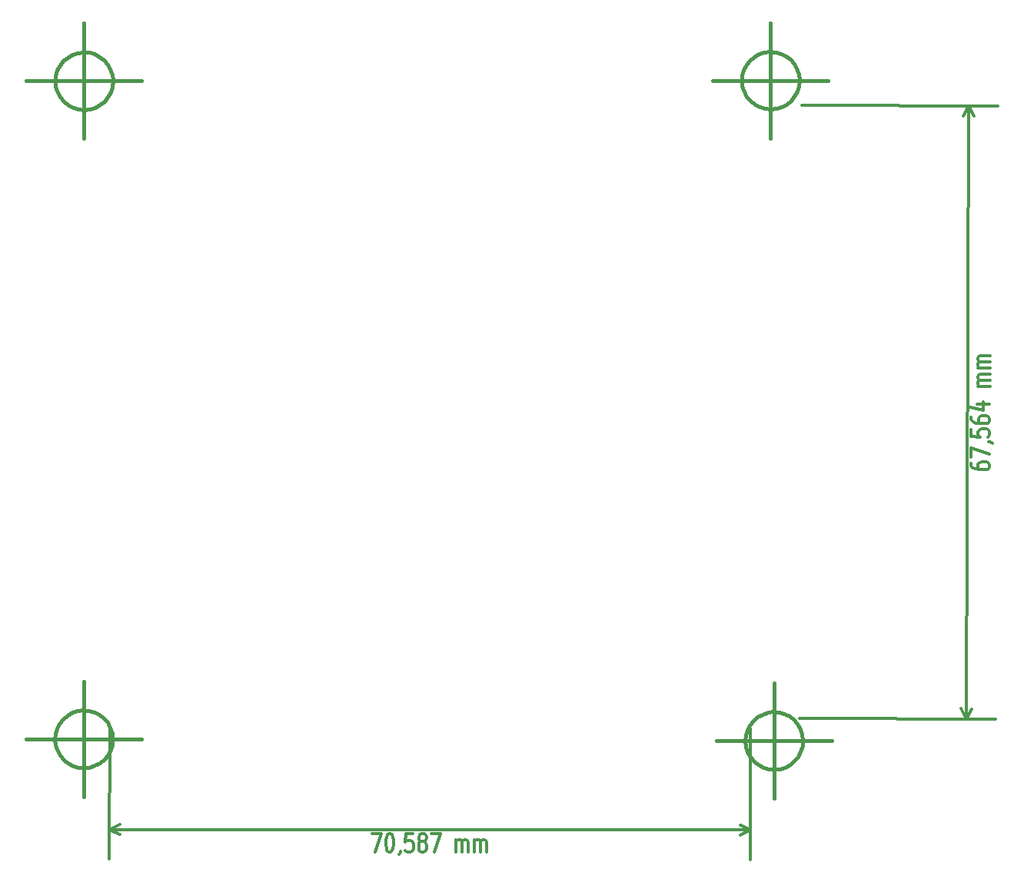
<source format=gbr>
G04 (created by PCBNEW-RS274X (2011-07-08 BZR 3044)-stable) date 2012-10-20 13:40:46*
G01*
G70*
G90*
%MOIN*%
G04 Gerber Fmt 3.4, Leading zero omitted, Abs format*
%FSLAX34Y34*%
G04 APERTURE LIST*
%ADD10C,0.006000*%
%ADD11C,0.015000*%
%ADD12C,0.012000*%
G04 APERTURE END LIST*
G54D10*
G54D11*
X49678Y-42246D02*
X49654Y-42488D01*
X49583Y-42722D01*
X49469Y-42937D01*
X49314Y-43126D01*
X49126Y-43282D01*
X48912Y-43398D01*
X48679Y-43470D01*
X48436Y-43495D01*
X48194Y-43473D01*
X47960Y-43404D01*
X47744Y-43291D01*
X47554Y-43139D01*
X47397Y-42952D01*
X47280Y-42738D01*
X47206Y-42505D01*
X47179Y-42263D01*
X47199Y-42021D01*
X47266Y-41786D01*
X47378Y-41569D01*
X47529Y-41378D01*
X47715Y-41220D01*
X47928Y-41101D01*
X48160Y-41026D01*
X48402Y-40997D01*
X48645Y-41015D01*
X48880Y-41081D01*
X49097Y-41191D01*
X49290Y-41341D01*
X49449Y-41526D01*
X49569Y-41738D01*
X49646Y-41970D01*
X49677Y-42212D01*
X49678Y-42246D01*
X45928Y-42246D02*
X50928Y-42246D01*
X48428Y-39746D02*
X48428Y-44746D01*
X19752Y-42176D02*
X19728Y-42418D01*
X19657Y-42652D01*
X19543Y-42867D01*
X19388Y-43056D01*
X19200Y-43212D01*
X18986Y-43328D01*
X18753Y-43400D01*
X18510Y-43425D01*
X18268Y-43403D01*
X18034Y-43334D01*
X17818Y-43221D01*
X17628Y-43069D01*
X17471Y-42882D01*
X17354Y-42668D01*
X17280Y-42435D01*
X17253Y-42193D01*
X17273Y-41951D01*
X17340Y-41716D01*
X17452Y-41499D01*
X17603Y-41308D01*
X17789Y-41150D01*
X18002Y-41031D01*
X18234Y-40956D01*
X18476Y-40927D01*
X18719Y-40945D01*
X18954Y-41011D01*
X19171Y-41121D01*
X19364Y-41271D01*
X19523Y-41456D01*
X19643Y-41668D01*
X19720Y-41900D01*
X19751Y-42142D01*
X19752Y-42176D01*
X16002Y-42176D02*
X21002Y-42176D01*
X18502Y-39676D02*
X18502Y-44676D01*
X19758Y-13624D02*
X19734Y-13866D01*
X19663Y-14100D01*
X19549Y-14315D01*
X19394Y-14504D01*
X19206Y-14660D01*
X18992Y-14776D01*
X18759Y-14848D01*
X18516Y-14873D01*
X18274Y-14851D01*
X18040Y-14782D01*
X17824Y-14669D01*
X17634Y-14517D01*
X17477Y-14330D01*
X17360Y-14116D01*
X17286Y-13883D01*
X17259Y-13641D01*
X17279Y-13399D01*
X17346Y-13164D01*
X17458Y-12947D01*
X17609Y-12756D01*
X17795Y-12598D01*
X18008Y-12479D01*
X18240Y-12404D01*
X18482Y-12375D01*
X18725Y-12393D01*
X18960Y-12459D01*
X19177Y-12569D01*
X19370Y-12719D01*
X19529Y-12904D01*
X19649Y-13116D01*
X19726Y-13348D01*
X19757Y-13590D01*
X19758Y-13624D01*
X16008Y-13624D02*
X21008Y-13624D01*
X18508Y-11124D02*
X18508Y-16124D01*
X49524Y-13602D02*
X49500Y-13844D01*
X49429Y-14078D01*
X49315Y-14293D01*
X49160Y-14482D01*
X48972Y-14638D01*
X48758Y-14754D01*
X48525Y-14826D01*
X48282Y-14851D01*
X48040Y-14829D01*
X47806Y-14760D01*
X47590Y-14647D01*
X47400Y-14495D01*
X47243Y-14308D01*
X47126Y-14094D01*
X47052Y-13861D01*
X47025Y-13619D01*
X47045Y-13377D01*
X47112Y-13142D01*
X47224Y-12925D01*
X47375Y-12734D01*
X47561Y-12576D01*
X47774Y-12457D01*
X48006Y-12382D01*
X48248Y-12353D01*
X48491Y-12371D01*
X48726Y-12437D01*
X48943Y-12547D01*
X49136Y-12697D01*
X49295Y-12882D01*
X49415Y-13094D01*
X49492Y-13326D01*
X49523Y-13568D01*
X49524Y-13602D01*
X45774Y-13602D02*
X50774Y-13602D01*
X48274Y-11102D02*
X48274Y-16102D01*
G54D12*
X30998Y-46275D02*
X31398Y-46275D01*
X31139Y-47075D01*
X31740Y-46276D02*
X31797Y-46276D01*
X31854Y-46314D01*
X31883Y-46352D01*
X31912Y-46428D01*
X31939Y-46581D01*
X31939Y-46771D01*
X31911Y-46923D01*
X31882Y-47000D01*
X31853Y-47038D01*
X31795Y-47076D01*
X31738Y-47076D01*
X31682Y-47038D01*
X31653Y-47000D01*
X31625Y-46923D01*
X31596Y-46771D01*
X31596Y-46581D01*
X31626Y-46428D01*
X31654Y-46352D01*
X31683Y-46314D01*
X31740Y-46276D01*
X32224Y-47039D02*
X32223Y-47077D01*
X32195Y-47153D01*
X32166Y-47191D01*
X32769Y-46278D02*
X32483Y-46277D01*
X32453Y-46658D01*
X32482Y-46620D01*
X32539Y-46582D01*
X32682Y-46583D01*
X32739Y-46621D01*
X32768Y-46659D01*
X32796Y-46735D01*
X32796Y-46925D01*
X32768Y-47002D01*
X32739Y-47040D01*
X32681Y-47078D01*
X32538Y-47077D01*
X32482Y-47039D01*
X32453Y-47001D01*
X33139Y-46621D02*
X33081Y-46583D01*
X33053Y-46544D01*
X33024Y-46468D01*
X33025Y-46430D01*
X33054Y-46354D01*
X33082Y-46316D01*
X33140Y-46278D01*
X33254Y-46279D01*
X33311Y-46317D01*
X33340Y-46355D01*
X33368Y-46431D01*
X33367Y-46469D01*
X33339Y-46545D01*
X33310Y-46584D01*
X33253Y-46622D01*
X33139Y-46621D01*
X33081Y-46659D01*
X33053Y-46697D01*
X33024Y-46773D01*
X33024Y-46925D01*
X33053Y-47002D01*
X33081Y-47040D01*
X33138Y-47078D01*
X33252Y-47079D01*
X33310Y-47041D01*
X33339Y-47003D01*
X33367Y-46926D01*
X33367Y-46774D01*
X33339Y-46698D01*
X33310Y-46660D01*
X33253Y-46622D01*
X33568Y-46279D02*
X33968Y-46280D01*
X33709Y-47079D01*
X34651Y-47081D02*
X34652Y-46547D01*
X34652Y-46624D02*
X34680Y-46586D01*
X34738Y-46547D01*
X34823Y-46547D01*
X34880Y-46586D01*
X34909Y-46662D01*
X34908Y-47081D01*
X34909Y-46662D02*
X34938Y-46586D01*
X34995Y-46548D01*
X35080Y-46548D01*
X35138Y-46587D01*
X35166Y-46663D01*
X35165Y-47082D01*
X35451Y-47082D02*
X35452Y-46548D01*
X35452Y-46625D02*
X35480Y-46587D01*
X35538Y-46549D01*
X35623Y-46549D01*
X35680Y-46588D01*
X35709Y-46664D01*
X35708Y-47083D01*
X35709Y-46664D02*
X35738Y-46588D01*
X35795Y-46549D01*
X35880Y-46549D01*
X35938Y-46588D01*
X35966Y-46664D01*
X35965Y-47083D01*
X47406Y-46130D02*
X19616Y-46100D01*
X47410Y-41720D02*
X47405Y-47410D01*
X19620Y-41690D02*
X19615Y-47380D01*
X19616Y-46100D02*
X20059Y-45870D01*
X19616Y-46100D02*
X20059Y-46331D01*
X47406Y-46130D02*
X46963Y-45899D01*
X47406Y-46130D02*
X46963Y-46360D01*
X56976Y-30206D02*
X56976Y-30320D01*
X57014Y-30377D01*
X57052Y-30407D01*
X57165Y-30464D01*
X57318Y-30494D01*
X57622Y-30495D01*
X57699Y-30466D01*
X57738Y-30438D01*
X57776Y-30380D01*
X57776Y-30266D01*
X57738Y-30209D01*
X57700Y-30180D01*
X57624Y-30152D01*
X57434Y-30151D01*
X57357Y-30179D01*
X57319Y-30208D01*
X57281Y-30264D01*
X57281Y-30378D01*
X57319Y-30437D01*
X57356Y-30465D01*
X57432Y-30494D01*
X56977Y-29949D02*
X56979Y-29549D01*
X57778Y-29809D01*
X57742Y-29296D02*
X57780Y-29296D01*
X57855Y-29324D01*
X57893Y-29354D01*
X56981Y-28749D02*
X56980Y-29035D01*
X57361Y-29066D01*
X57323Y-29037D01*
X57286Y-28979D01*
X57286Y-28836D01*
X57324Y-28780D01*
X57362Y-28751D01*
X57439Y-28723D01*
X57629Y-28724D01*
X57705Y-28752D01*
X57743Y-28781D01*
X57781Y-28838D01*
X57781Y-28981D01*
X57742Y-29038D01*
X57704Y-29067D01*
X56983Y-28207D02*
X56983Y-28321D01*
X57021Y-28378D01*
X57059Y-28408D01*
X57172Y-28465D01*
X57325Y-28495D01*
X57629Y-28496D01*
X57706Y-28467D01*
X57745Y-28439D01*
X57783Y-28381D01*
X57783Y-28267D01*
X57745Y-28210D01*
X57707Y-28181D01*
X57630Y-28153D01*
X57441Y-28152D01*
X57364Y-28180D01*
X57326Y-28209D01*
X57288Y-28265D01*
X57288Y-28379D01*
X57326Y-28438D01*
X57363Y-28466D01*
X57439Y-28495D01*
X57251Y-27637D02*
X57785Y-27639D01*
X56947Y-27779D02*
X57517Y-27924D01*
X57519Y-27552D01*
X57788Y-26868D02*
X57254Y-26866D01*
X57331Y-26867D02*
X57293Y-26838D01*
X57254Y-26780D01*
X57255Y-26695D01*
X57294Y-26638D01*
X57370Y-26610D01*
X57789Y-26611D01*
X57370Y-26610D02*
X57294Y-26580D01*
X57255Y-26523D01*
X57255Y-26438D01*
X57295Y-26380D01*
X57371Y-26353D01*
X57790Y-26354D01*
X57791Y-26068D02*
X57257Y-26066D01*
X57334Y-26067D02*
X57296Y-26038D01*
X57257Y-25980D01*
X57257Y-25895D01*
X57297Y-25838D01*
X57373Y-25810D01*
X57792Y-25811D01*
X57373Y-25810D02*
X57297Y-25780D01*
X57258Y-25723D01*
X57258Y-25638D01*
X57297Y-25580D01*
X57374Y-25553D01*
X57793Y-25554D01*
X56870Y-14707D02*
X56770Y-41307D01*
X49620Y-14680D02*
X58150Y-14711D01*
X49520Y-41280D02*
X58050Y-41311D01*
X56770Y-41307D02*
X56541Y-40863D01*
X56770Y-41307D02*
X57002Y-40865D01*
X56870Y-14707D02*
X56638Y-15149D01*
X56870Y-14707D02*
X57099Y-15151D01*
M02*

</source>
